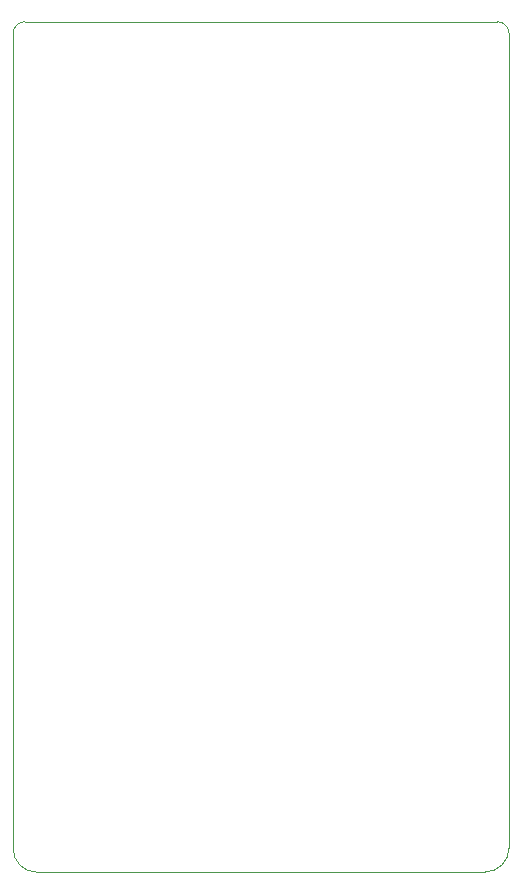
<source format=gbr>
%TF.GenerationSoftware,KiCad,Pcbnew,8.0.6*%
%TF.CreationDate,2024-12-02T04:17:19+07:00*%
%TF.ProjectId,PCB,5043422e-6b69-4636-9164-5f7063625858,rev?*%
%TF.SameCoordinates,Original*%
%TF.FileFunction,Profile,NP*%
%FSLAX46Y46*%
G04 Gerber Fmt 4.6, Leading zero omitted, Abs format (unit mm)*
G04 Created by KiCad (PCBNEW 8.0.6) date 2024-12-02 04:17:19*
%MOMM*%
%LPD*%
G01*
G04 APERTURE LIST*
%TA.AperFunction,Profile*%
%ADD10C,0.100000*%
%TD*%
G04 APERTURE END LIST*
D10*
X98000001Y-89999999D02*
G75*
G02*
X96000001Y-87999999I-1J1999999D01*
G01*
X137985786Y-87985786D02*
G75*
G02*
X135985786Y-89985786I-2000000J0D01*
G01*
X137000000Y-18000000D02*
G75*
G02*
X138000000Y-19000000I1J-999999D01*
G01*
X96000000Y-19000000D02*
G75*
G02*
X97000000Y-18000000I1000000J0D01*
G01*
X96000001Y-87999999D02*
X96000000Y-19000000D01*
X135985786Y-89985786D02*
X98000001Y-89999999D01*
X138000000Y-19000000D02*
X137985786Y-87985786D01*
X97000000Y-18000000D02*
X137000000Y-18000000D01*
M02*

</source>
